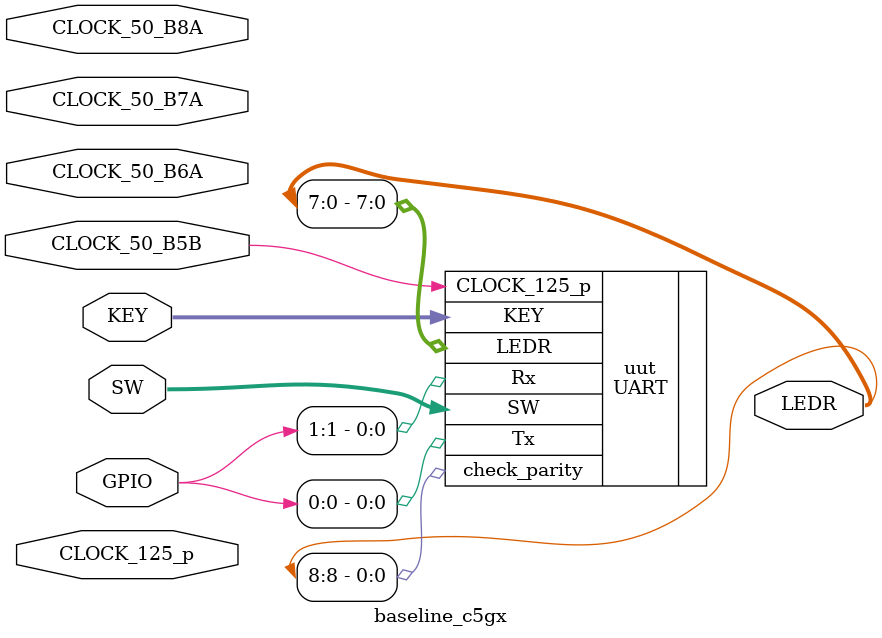
<source format=v>


module baseline_c5gx(

     
      ///////// CLOCK /////////
      input              CLOCK_125_p, ///LVDS
      input              CLOCK_50_B5B, ///3.3-V LVTTL
      input              CLOCK_50_B6A,
      input              CLOCK_50_B7A, ///2.5 V
      input              CLOCK_50_B8A,

    
      inout       [35:0] GPIO,


      ///////// KEY ///////// 1.2 V ///////
      input       [2:0]  KEY,

     
      ///////// LEDR ///////// 2.5 V ///////
      output      [9:0]  LEDR,

 
      ///////// SW ///////// 1.2 V ///////
      input       [7:0]  SW);

UART #(.counter_ceil_tr(2604),.counter_ceil_rec(2604))uut (
		.CLOCK_125_p(CLOCK_50_B5B), 
		.KEY(KEY), 
		.SW(SW), 
		.Rx(GPIO[1]), 
		.Tx(GPIO[0]), 
		.LEDR(LEDR[7:0]), 
		.check_parity(LEDR[8])
	);

endmodule

</source>
